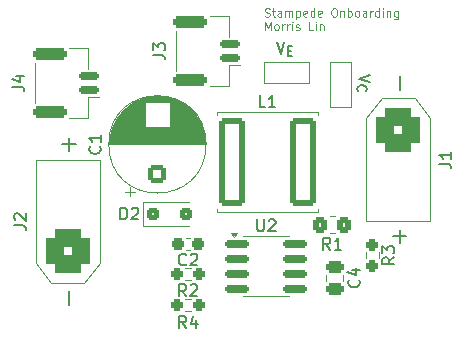
<source format=gbr>
%TF.GenerationSoftware,KiCad,Pcbnew,9.0.4*%
%TF.CreationDate,2025-09-25T14:49:47-05:00*%
%TF.ProjectId,Onboarding,4f6e626f-6172-4646-996e-672e6b696361,rev?*%
%TF.SameCoordinates,Original*%
%TF.FileFunction,Legend,Top*%
%TF.FilePolarity,Positive*%
%FSLAX46Y46*%
G04 Gerber Fmt 4.6, Leading zero omitted, Abs format (unit mm)*
G04 Created by KiCad (PCBNEW 9.0.4) date 2025-09-25 14:49:47*
%MOMM*%
%LPD*%
G01*
G04 APERTURE LIST*
G04 Aperture macros list*
%AMRoundRect*
0 Rectangle with rounded corners*
0 $1 Rounding radius*
0 $2 $3 $4 $5 $6 $7 $8 $9 X,Y pos of 4 corners*
0 Add a 4 corners polygon primitive as box body*
4,1,4,$2,$3,$4,$5,$6,$7,$8,$9,$2,$3,0*
0 Add four circle primitives for the rounded corners*
1,1,$1+$1,$2,$3*
1,1,$1+$1,$4,$5*
1,1,$1+$1,$6,$7*
1,1,$1+$1,$8,$9*
0 Add four rect primitives between the rounded corners*
20,1,$1+$1,$2,$3,$4,$5,0*
20,1,$1+$1,$4,$5,$6,$7,0*
20,1,$1+$1,$6,$7,$8,$9,0*
20,1,$1+$1,$8,$9,$2,$3,0*%
G04 Aperture macros list end*
%ADD10C,0.100000*%
%ADD11C,0.150000*%
%ADD12C,0.120000*%
%ADD13RoundRect,0.250000X0.550000X-0.550000X0.550000X0.550000X-0.550000X0.550000X-0.550000X-0.550000X0*%
%ADD14C,1.600000*%
%ADD15RoundRect,0.760000X-1.140000X1.140000X-1.140000X-1.140000X1.140000X-1.140000X1.140000X1.140000X0*%
%ADD16C,4.000000*%
%ADD17RoundRect,0.150000X-0.825000X-0.150000X0.825000X-0.150000X0.825000X0.150000X-0.825000X0.150000X0*%
%ADD18C,2.200000*%
%ADD19RoundRect,0.237500X0.237500X-0.250000X0.237500X0.250000X-0.237500X0.250000X-0.237500X-0.250000X0*%
%ADD20RoundRect,0.760000X1.140000X-1.140000X1.140000X1.140000X-1.140000X1.140000X-1.140000X-1.140000X0*%
%ADD21C,3.800000*%
%ADD22RoundRect,0.150000X0.700000X-0.150000X0.700000X0.150000X-0.700000X0.150000X-0.700000X-0.150000X0*%
%ADD23RoundRect,0.250000X1.150000X-0.250000X1.150000X0.250000X-1.150000X0.250000X-1.150000X-0.250000X0*%
%ADD24RoundRect,0.237500X0.300000X0.237500X-0.300000X0.237500X-0.300000X-0.237500X0.300000X-0.237500X0*%
%ADD25RoundRect,0.250000X0.350000X0.450000X-0.350000X0.450000X-0.350000X-0.450000X0.350000X-0.450000X0*%
%ADD26RoundRect,0.249999X0.850001X3.500001X-0.850001X3.500001X-0.850001X-3.500001X0.850001X-3.500001X0*%
%ADD27RoundRect,0.237500X0.250000X0.237500X-0.250000X0.237500X-0.250000X-0.237500X0.250000X-0.237500X0*%
%ADD28RoundRect,0.250000X-0.475000X0.250000X-0.475000X-0.250000X0.475000X-0.250000X0.475000X0.250000X0*%
%ADD29C,1.400000*%
%ADD30RoundRect,0.237500X-0.250000X-0.237500X0.250000X-0.237500X0.250000X0.237500X-0.250000X0.237500X0*%
%ADD31RoundRect,0.250000X-0.300000X-0.300000X0.300000X-0.300000X0.300000X0.300000X-0.300000X0.300000X0*%
G04 APERTURE END LIST*
D10*
X59799122Y-28248839D02*
X59899122Y-28282172D01*
X59899122Y-28282172D02*
X60065789Y-28282172D01*
X60065789Y-28282172D02*
X60132455Y-28248839D01*
X60132455Y-28248839D02*
X60165789Y-28215505D01*
X60165789Y-28215505D02*
X60199122Y-28148839D01*
X60199122Y-28148839D02*
X60199122Y-28082172D01*
X60199122Y-28082172D02*
X60165789Y-28015505D01*
X60165789Y-28015505D02*
X60132455Y-27982172D01*
X60132455Y-27982172D02*
X60065789Y-27948839D01*
X60065789Y-27948839D02*
X59932455Y-27915505D01*
X59932455Y-27915505D02*
X59865789Y-27882172D01*
X59865789Y-27882172D02*
X59832455Y-27848839D01*
X59832455Y-27848839D02*
X59799122Y-27782172D01*
X59799122Y-27782172D02*
X59799122Y-27715505D01*
X59799122Y-27715505D02*
X59832455Y-27648839D01*
X59832455Y-27648839D02*
X59865789Y-27615505D01*
X59865789Y-27615505D02*
X59932455Y-27582172D01*
X59932455Y-27582172D02*
X60099122Y-27582172D01*
X60099122Y-27582172D02*
X60199122Y-27615505D01*
X60399122Y-27815505D02*
X60665789Y-27815505D01*
X60499122Y-27582172D02*
X60499122Y-28182172D01*
X60499122Y-28182172D02*
X60532456Y-28248839D01*
X60532456Y-28248839D02*
X60599122Y-28282172D01*
X60599122Y-28282172D02*
X60665789Y-28282172D01*
X61199122Y-28282172D02*
X61199122Y-27915505D01*
X61199122Y-27915505D02*
X61165789Y-27848839D01*
X61165789Y-27848839D02*
X61099122Y-27815505D01*
X61099122Y-27815505D02*
X60965789Y-27815505D01*
X60965789Y-27815505D02*
X60899122Y-27848839D01*
X61199122Y-28248839D02*
X61132456Y-28282172D01*
X61132456Y-28282172D02*
X60965789Y-28282172D01*
X60965789Y-28282172D02*
X60899122Y-28248839D01*
X60899122Y-28248839D02*
X60865789Y-28182172D01*
X60865789Y-28182172D02*
X60865789Y-28115505D01*
X60865789Y-28115505D02*
X60899122Y-28048839D01*
X60899122Y-28048839D02*
X60965789Y-28015505D01*
X60965789Y-28015505D02*
X61132456Y-28015505D01*
X61132456Y-28015505D02*
X61199122Y-27982172D01*
X61532455Y-28282172D02*
X61532455Y-27815505D01*
X61532455Y-27882172D02*
X61565789Y-27848839D01*
X61565789Y-27848839D02*
X61632455Y-27815505D01*
X61632455Y-27815505D02*
X61732455Y-27815505D01*
X61732455Y-27815505D02*
X61799122Y-27848839D01*
X61799122Y-27848839D02*
X61832455Y-27915505D01*
X61832455Y-27915505D02*
X61832455Y-28282172D01*
X61832455Y-27915505D02*
X61865789Y-27848839D01*
X61865789Y-27848839D02*
X61932455Y-27815505D01*
X61932455Y-27815505D02*
X62032455Y-27815505D01*
X62032455Y-27815505D02*
X62099122Y-27848839D01*
X62099122Y-27848839D02*
X62132455Y-27915505D01*
X62132455Y-27915505D02*
X62132455Y-28282172D01*
X62465788Y-27815505D02*
X62465788Y-28515505D01*
X62465788Y-27848839D02*
X62532455Y-27815505D01*
X62532455Y-27815505D02*
X62665788Y-27815505D01*
X62665788Y-27815505D02*
X62732455Y-27848839D01*
X62732455Y-27848839D02*
X62765788Y-27882172D01*
X62765788Y-27882172D02*
X62799122Y-27948839D01*
X62799122Y-27948839D02*
X62799122Y-28148839D01*
X62799122Y-28148839D02*
X62765788Y-28215505D01*
X62765788Y-28215505D02*
X62732455Y-28248839D01*
X62732455Y-28248839D02*
X62665788Y-28282172D01*
X62665788Y-28282172D02*
X62532455Y-28282172D01*
X62532455Y-28282172D02*
X62465788Y-28248839D01*
X63365788Y-28248839D02*
X63299121Y-28282172D01*
X63299121Y-28282172D02*
X63165788Y-28282172D01*
X63165788Y-28282172D02*
X63099121Y-28248839D01*
X63099121Y-28248839D02*
X63065788Y-28182172D01*
X63065788Y-28182172D02*
X63065788Y-27915505D01*
X63065788Y-27915505D02*
X63099121Y-27848839D01*
X63099121Y-27848839D02*
X63165788Y-27815505D01*
X63165788Y-27815505D02*
X63299121Y-27815505D01*
X63299121Y-27815505D02*
X63365788Y-27848839D01*
X63365788Y-27848839D02*
X63399121Y-27915505D01*
X63399121Y-27915505D02*
X63399121Y-27982172D01*
X63399121Y-27982172D02*
X63065788Y-28048839D01*
X63999121Y-28282172D02*
X63999121Y-27582172D01*
X63999121Y-28248839D02*
X63932455Y-28282172D01*
X63932455Y-28282172D02*
X63799121Y-28282172D01*
X63799121Y-28282172D02*
X63732455Y-28248839D01*
X63732455Y-28248839D02*
X63699121Y-28215505D01*
X63699121Y-28215505D02*
X63665788Y-28148839D01*
X63665788Y-28148839D02*
X63665788Y-27948839D01*
X63665788Y-27948839D02*
X63699121Y-27882172D01*
X63699121Y-27882172D02*
X63732455Y-27848839D01*
X63732455Y-27848839D02*
X63799121Y-27815505D01*
X63799121Y-27815505D02*
X63932455Y-27815505D01*
X63932455Y-27815505D02*
X63999121Y-27848839D01*
X64599121Y-28248839D02*
X64532454Y-28282172D01*
X64532454Y-28282172D02*
X64399121Y-28282172D01*
X64399121Y-28282172D02*
X64332454Y-28248839D01*
X64332454Y-28248839D02*
X64299121Y-28182172D01*
X64299121Y-28182172D02*
X64299121Y-27915505D01*
X64299121Y-27915505D02*
X64332454Y-27848839D01*
X64332454Y-27848839D02*
X64399121Y-27815505D01*
X64399121Y-27815505D02*
X64532454Y-27815505D01*
X64532454Y-27815505D02*
X64599121Y-27848839D01*
X64599121Y-27848839D02*
X64632454Y-27915505D01*
X64632454Y-27915505D02*
X64632454Y-27982172D01*
X64632454Y-27982172D02*
X64299121Y-28048839D01*
X65599121Y-27582172D02*
X65732454Y-27582172D01*
X65732454Y-27582172D02*
X65799121Y-27615505D01*
X65799121Y-27615505D02*
X65865787Y-27682172D01*
X65865787Y-27682172D02*
X65899121Y-27815505D01*
X65899121Y-27815505D02*
X65899121Y-28048839D01*
X65899121Y-28048839D02*
X65865787Y-28182172D01*
X65865787Y-28182172D02*
X65799121Y-28248839D01*
X65799121Y-28248839D02*
X65732454Y-28282172D01*
X65732454Y-28282172D02*
X65599121Y-28282172D01*
X65599121Y-28282172D02*
X65532454Y-28248839D01*
X65532454Y-28248839D02*
X65465787Y-28182172D01*
X65465787Y-28182172D02*
X65432454Y-28048839D01*
X65432454Y-28048839D02*
X65432454Y-27815505D01*
X65432454Y-27815505D02*
X65465787Y-27682172D01*
X65465787Y-27682172D02*
X65532454Y-27615505D01*
X65532454Y-27615505D02*
X65599121Y-27582172D01*
X66199120Y-27815505D02*
X66199120Y-28282172D01*
X66199120Y-27882172D02*
X66232454Y-27848839D01*
X66232454Y-27848839D02*
X66299120Y-27815505D01*
X66299120Y-27815505D02*
X66399120Y-27815505D01*
X66399120Y-27815505D02*
X66465787Y-27848839D01*
X66465787Y-27848839D02*
X66499120Y-27915505D01*
X66499120Y-27915505D02*
X66499120Y-28282172D01*
X66832453Y-28282172D02*
X66832453Y-27582172D01*
X66832453Y-27848839D02*
X66899120Y-27815505D01*
X66899120Y-27815505D02*
X67032453Y-27815505D01*
X67032453Y-27815505D02*
X67099120Y-27848839D01*
X67099120Y-27848839D02*
X67132453Y-27882172D01*
X67132453Y-27882172D02*
X67165787Y-27948839D01*
X67165787Y-27948839D02*
X67165787Y-28148839D01*
X67165787Y-28148839D02*
X67132453Y-28215505D01*
X67132453Y-28215505D02*
X67099120Y-28248839D01*
X67099120Y-28248839D02*
X67032453Y-28282172D01*
X67032453Y-28282172D02*
X66899120Y-28282172D01*
X66899120Y-28282172D02*
X66832453Y-28248839D01*
X67565786Y-28282172D02*
X67499120Y-28248839D01*
X67499120Y-28248839D02*
X67465786Y-28215505D01*
X67465786Y-28215505D02*
X67432453Y-28148839D01*
X67432453Y-28148839D02*
X67432453Y-27948839D01*
X67432453Y-27948839D02*
X67465786Y-27882172D01*
X67465786Y-27882172D02*
X67499120Y-27848839D01*
X67499120Y-27848839D02*
X67565786Y-27815505D01*
X67565786Y-27815505D02*
X67665786Y-27815505D01*
X67665786Y-27815505D02*
X67732453Y-27848839D01*
X67732453Y-27848839D02*
X67765786Y-27882172D01*
X67765786Y-27882172D02*
X67799120Y-27948839D01*
X67799120Y-27948839D02*
X67799120Y-28148839D01*
X67799120Y-28148839D02*
X67765786Y-28215505D01*
X67765786Y-28215505D02*
X67732453Y-28248839D01*
X67732453Y-28248839D02*
X67665786Y-28282172D01*
X67665786Y-28282172D02*
X67565786Y-28282172D01*
X68399119Y-28282172D02*
X68399119Y-27915505D01*
X68399119Y-27915505D02*
X68365786Y-27848839D01*
X68365786Y-27848839D02*
X68299119Y-27815505D01*
X68299119Y-27815505D02*
X68165786Y-27815505D01*
X68165786Y-27815505D02*
X68099119Y-27848839D01*
X68399119Y-28248839D02*
X68332453Y-28282172D01*
X68332453Y-28282172D02*
X68165786Y-28282172D01*
X68165786Y-28282172D02*
X68099119Y-28248839D01*
X68099119Y-28248839D02*
X68065786Y-28182172D01*
X68065786Y-28182172D02*
X68065786Y-28115505D01*
X68065786Y-28115505D02*
X68099119Y-28048839D01*
X68099119Y-28048839D02*
X68165786Y-28015505D01*
X68165786Y-28015505D02*
X68332453Y-28015505D01*
X68332453Y-28015505D02*
X68399119Y-27982172D01*
X68732452Y-28282172D02*
X68732452Y-27815505D01*
X68732452Y-27948839D02*
X68765786Y-27882172D01*
X68765786Y-27882172D02*
X68799119Y-27848839D01*
X68799119Y-27848839D02*
X68865786Y-27815505D01*
X68865786Y-27815505D02*
X68932452Y-27815505D01*
X69465785Y-28282172D02*
X69465785Y-27582172D01*
X69465785Y-28248839D02*
X69399119Y-28282172D01*
X69399119Y-28282172D02*
X69265785Y-28282172D01*
X69265785Y-28282172D02*
X69199119Y-28248839D01*
X69199119Y-28248839D02*
X69165785Y-28215505D01*
X69165785Y-28215505D02*
X69132452Y-28148839D01*
X69132452Y-28148839D02*
X69132452Y-27948839D01*
X69132452Y-27948839D02*
X69165785Y-27882172D01*
X69165785Y-27882172D02*
X69199119Y-27848839D01*
X69199119Y-27848839D02*
X69265785Y-27815505D01*
X69265785Y-27815505D02*
X69399119Y-27815505D01*
X69399119Y-27815505D02*
X69465785Y-27848839D01*
X69799118Y-28282172D02*
X69799118Y-27815505D01*
X69799118Y-27582172D02*
X69765785Y-27615505D01*
X69765785Y-27615505D02*
X69799118Y-27648839D01*
X69799118Y-27648839D02*
X69832452Y-27615505D01*
X69832452Y-27615505D02*
X69799118Y-27582172D01*
X69799118Y-27582172D02*
X69799118Y-27648839D01*
X70132451Y-27815505D02*
X70132451Y-28282172D01*
X70132451Y-27882172D02*
X70165785Y-27848839D01*
X70165785Y-27848839D02*
X70232451Y-27815505D01*
X70232451Y-27815505D02*
X70332451Y-27815505D01*
X70332451Y-27815505D02*
X70399118Y-27848839D01*
X70399118Y-27848839D02*
X70432451Y-27915505D01*
X70432451Y-27915505D02*
X70432451Y-28282172D01*
X71065784Y-27815505D02*
X71065784Y-28382172D01*
X71065784Y-28382172D02*
X71032451Y-28448839D01*
X71032451Y-28448839D02*
X70999118Y-28482172D01*
X70999118Y-28482172D02*
X70932451Y-28515505D01*
X70932451Y-28515505D02*
X70832451Y-28515505D01*
X70832451Y-28515505D02*
X70765784Y-28482172D01*
X71065784Y-28248839D02*
X70999118Y-28282172D01*
X70999118Y-28282172D02*
X70865784Y-28282172D01*
X70865784Y-28282172D02*
X70799118Y-28248839D01*
X70799118Y-28248839D02*
X70765784Y-28215505D01*
X70765784Y-28215505D02*
X70732451Y-28148839D01*
X70732451Y-28148839D02*
X70732451Y-27948839D01*
X70732451Y-27948839D02*
X70765784Y-27882172D01*
X70765784Y-27882172D02*
X70799118Y-27848839D01*
X70799118Y-27848839D02*
X70865784Y-27815505D01*
X70865784Y-27815505D02*
X70999118Y-27815505D01*
X70999118Y-27815505D02*
X71065784Y-27848839D01*
X59832455Y-29409133D02*
X59832455Y-28709133D01*
X59832455Y-28709133D02*
X60065789Y-29209133D01*
X60065789Y-29209133D02*
X60299122Y-28709133D01*
X60299122Y-28709133D02*
X60299122Y-29409133D01*
X60732455Y-29409133D02*
X60665789Y-29375800D01*
X60665789Y-29375800D02*
X60632455Y-29342466D01*
X60632455Y-29342466D02*
X60599122Y-29275800D01*
X60599122Y-29275800D02*
X60599122Y-29075800D01*
X60599122Y-29075800D02*
X60632455Y-29009133D01*
X60632455Y-29009133D02*
X60665789Y-28975800D01*
X60665789Y-28975800D02*
X60732455Y-28942466D01*
X60732455Y-28942466D02*
X60832455Y-28942466D01*
X60832455Y-28942466D02*
X60899122Y-28975800D01*
X60899122Y-28975800D02*
X60932455Y-29009133D01*
X60932455Y-29009133D02*
X60965789Y-29075800D01*
X60965789Y-29075800D02*
X60965789Y-29275800D01*
X60965789Y-29275800D02*
X60932455Y-29342466D01*
X60932455Y-29342466D02*
X60899122Y-29375800D01*
X60899122Y-29375800D02*
X60832455Y-29409133D01*
X60832455Y-29409133D02*
X60732455Y-29409133D01*
X61265788Y-29409133D02*
X61265788Y-28942466D01*
X61265788Y-29075800D02*
X61299122Y-29009133D01*
X61299122Y-29009133D02*
X61332455Y-28975800D01*
X61332455Y-28975800D02*
X61399122Y-28942466D01*
X61399122Y-28942466D02*
X61465788Y-28942466D01*
X61699121Y-29409133D02*
X61699121Y-28942466D01*
X61699121Y-29075800D02*
X61732455Y-29009133D01*
X61732455Y-29009133D02*
X61765788Y-28975800D01*
X61765788Y-28975800D02*
X61832455Y-28942466D01*
X61832455Y-28942466D02*
X61899121Y-28942466D01*
X62132454Y-29409133D02*
X62132454Y-28942466D01*
X62132454Y-28709133D02*
X62099121Y-28742466D01*
X62099121Y-28742466D02*
X62132454Y-28775800D01*
X62132454Y-28775800D02*
X62165788Y-28742466D01*
X62165788Y-28742466D02*
X62132454Y-28709133D01*
X62132454Y-28709133D02*
X62132454Y-28775800D01*
X62432454Y-29375800D02*
X62499121Y-29409133D01*
X62499121Y-29409133D02*
X62632454Y-29409133D01*
X62632454Y-29409133D02*
X62699121Y-29375800D01*
X62699121Y-29375800D02*
X62732454Y-29309133D01*
X62732454Y-29309133D02*
X62732454Y-29275800D01*
X62732454Y-29275800D02*
X62699121Y-29209133D01*
X62699121Y-29209133D02*
X62632454Y-29175800D01*
X62632454Y-29175800D02*
X62532454Y-29175800D01*
X62532454Y-29175800D02*
X62465787Y-29142466D01*
X62465787Y-29142466D02*
X62432454Y-29075800D01*
X62432454Y-29075800D02*
X62432454Y-29042466D01*
X62432454Y-29042466D02*
X62465787Y-28975800D01*
X62465787Y-28975800D02*
X62532454Y-28942466D01*
X62532454Y-28942466D02*
X62632454Y-28942466D01*
X62632454Y-28942466D02*
X62699121Y-28975800D01*
X63899121Y-29409133D02*
X63565787Y-29409133D01*
X63565787Y-29409133D02*
X63565787Y-28709133D01*
X64132454Y-29409133D02*
X64132454Y-28942466D01*
X64132454Y-28709133D02*
X64099121Y-28742466D01*
X64099121Y-28742466D02*
X64132454Y-28775800D01*
X64132454Y-28775800D02*
X64165788Y-28742466D01*
X64165788Y-28742466D02*
X64132454Y-28709133D01*
X64132454Y-28709133D02*
X64132454Y-28775800D01*
X64465787Y-28942466D02*
X64465787Y-29409133D01*
X64465787Y-29009133D02*
X64499121Y-28975800D01*
X64499121Y-28975800D02*
X64565787Y-28942466D01*
X64565787Y-28942466D02*
X64665787Y-28942466D01*
X64665787Y-28942466D02*
X64732454Y-28975800D01*
X64732454Y-28975800D02*
X64765787Y-29042466D01*
X64765787Y-29042466D02*
X64765787Y-29409133D01*
D11*
X68730180Y-33193922D02*
X67730180Y-33527255D01*
X67730180Y-33527255D02*
X68730180Y-33860588D01*
X67695895Y-34603446D02*
X67657800Y-34565350D01*
X67657800Y-34565350D02*
X67619704Y-34451065D01*
X67619704Y-34451065D02*
X67619704Y-34374874D01*
X67619704Y-34374874D02*
X67657800Y-34260588D01*
X67657800Y-34260588D02*
X67733990Y-34184398D01*
X67733990Y-34184398D02*
X67810180Y-34146303D01*
X67810180Y-34146303D02*
X67962561Y-34108207D01*
X67962561Y-34108207D02*
X68076847Y-34108207D01*
X68076847Y-34108207D02*
X68229228Y-34146303D01*
X68229228Y-34146303D02*
X68305419Y-34184398D01*
X68305419Y-34184398D02*
X68381609Y-34260588D01*
X68381609Y-34260588D02*
X68419704Y-34374874D01*
X68419704Y-34374874D02*
X68419704Y-34451065D01*
X68419704Y-34451065D02*
X68381609Y-34565350D01*
X68381609Y-34565350D02*
X68343514Y-34603446D01*
X60793922Y-30469819D02*
X61127255Y-31469819D01*
X61127255Y-31469819D02*
X61460588Y-30469819D01*
X61746303Y-31161247D02*
X62012969Y-31161247D01*
X62127255Y-31580295D02*
X61746303Y-31580295D01*
X61746303Y-31580295D02*
X61746303Y-30780295D01*
X61746303Y-30780295D02*
X62127255Y-30780295D01*
X45809580Y-39269317D02*
X45857200Y-39316936D01*
X45857200Y-39316936D02*
X45904819Y-39459793D01*
X45904819Y-39459793D02*
X45904819Y-39555031D01*
X45904819Y-39555031D02*
X45857200Y-39697888D01*
X45857200Y-39697888D02*
X45761961Y-39793126D01*
X45761961Y-39793126D02*
X45666723Y-39840745D01*
X45666723Y-39840745D02*
X45476247Y-39888364D01*
X45476247Y-39888364D02*
X45333390Y-39888364D01*
X45333390Y-39888364D02*
X45142914Y-39840745D01*
X45142914Y-39840745D02*
X45047676Y-39793126D01*
X45047676Y-39793126D02*
X44952438Y-39697888D01*
X44952438Y-39697888D02*
X44904819Y-39555031D01*
X44904819Y-39555031D02*
X44904819Y-39459793D01*
X44904819Y-39459793D02*
X44952438Y-39316936D01*
X44952438Y-39316936D02*
X45000057Y-39269317D01*
X45904819Y-38316936D02*
X45904819Y-38888364D01*
X45904819Y-38602650D02*
X44904819Y-38602650D01*
X44904819Y-38602650D02*
X45047676Y-38697888D01*
X45047676Y-38697888D02*
X45142914Y-38793126D01*
X45142914Y-38793126D02*
X45190533Y-38888364D01*
X74554819Y-40733333D02*
X75269104Y-40733333D01*
X75269104Y-40733333D02*
X75411961Y-40780952D01*
X75411961Y-40780952D02*
X75507200Y-40876190D01*
X75507200Y-40876190D02*
X75554819Y-41019047D01*
X75554819Y-41019047D02*
X75554819Y-41114285D01*
X75554819Y-39733333D02*
X75554819Y-40304761D01*
X75554819Y-40019047D02*
X74554819Y-40019047D01*
X74554819Y-40019047D02*
X74697676Y-40114285D01*
X74697676Y-40114285D02*
X74792914Y-40209523D01*
X74792914Y-40209523D02*
X74840533Y-40304761D01*
X71214700Y-34471428D02*
X71214700Y-33328571D01*
X71214700Y-47471428D02*
X71214700Y-46328571D01*
X71786128Y-46899999D02*
X70643271Y-46899999D01*
X59138095Y-45454819D02*
X59138095Y-46264342D01*
X59138095Y-46264342D02*
X59185714Y-46359580D01*
X59185714Y-46359580D02*
X59233333Y-46407200D01*
X59233333Y-46407200D02*
X59328571Y-46454819D01*
X59328571Y-46454819D02*
X59519047Y-46454819D01*
X59519047Y-46454819D02*
X59614285Y-46407200D01*
X59614285Y-46407200D02*
X59661904Y-46359580D01*
X59661904Y-46359580D02*
X59709523Y-46264342D01*
X59709523Y-46264342D02*
X59709523Y-45454819D01*
X60138095Y-45550057D02*
X60185714Y-45502438D01*
X60185714Y-45502438D02*
X60280952Y-45454819D01*
X60280952Y-45454819D02*
X60519047Y-45454819D01*
X60519047Y-45454819D02*
X60614285Y-45502438D01*
X60614285Y-45502438D02*
X60661904Y-45550057D01*
X60661904Y-45550057D02*
X60709523Y-45645295D01*
X60709523Y-45645295D02*
X60709523Y-45740533D01*
X60709523Y-45740533D02*
X60661904Y-45883390D01*
X60661904Y-45883390D02*
X60090476Y-46454819D01*
X60090476Y-46454819D02*
X60709523Y-46454819D01*
X70754819Y-48666666D02*
X70278628Y-48999999D01*
X70754819Y-49238094D02*
X69754819Y-49238094D01*
X69754819Y-49238094D02*
X69754819Y-48857142D01*
X69754819Y-48857142D02*
X69802438Y-48761904D01*
X69802438Y-48761904D02*
X69850057Y-48714285D01*
X69850057Y-48714285D02*
X69945295Y-48666666D01*
X69945295Y-48666666D02*
X70088152Y-48666666D01*
X70088152Y-48666666D02*
X70183390Y-48714285D01*
X70183390Y-48714285D02*
X70231009Y-48761904D01*
X70231009Y-48761904D02*
X70278628Y-48857142D01*
X70278628Y-48857142D02*
X70278628Y-49238094D01*
X69754819Y-48333332D02*
X69754819Y-47714285D01*
X69754819Y-47714285D02*
X70135771Y-48047618D01*
X70135771Y-48047618D02*
X70135771Y-47904761D01*
X70135771Y-47904761D02*
X70183390Y-47809523D01*
X70183390Y-47809523D02*
X70231009Y-47761904D01*
X70231009Y-47761904D02*
X70326247Y-47714285D01*
X70326247Y-47714285D02*
X70564342Y-47714285D01*
X70564342Y-47714285D02*
X70659580Y-47761904D01*
X70659580Y-47761904D02*
X70707200Y-47809523D01*
X70707200Y-47809523D02*
X70754819Y-47904761D01*
X70754819Y-47904761D02*
X70754819Y-48190475D01*
X70754819Y-48190475D02*
X70707200Y-48285713D01*
X70707200Y-48285713D02*
X70659580Y-48333332D01*
X38554819Y-45933333D02*
X39269104Y-45933333D01*
X39269104Y-45933333D02*
X39411961Y-45980952D01*
X39411961Y-45980952D02*
X39507200Y-46076190D01*
X39507200Y-46076190D02*
X39554819Y-46219047D01*
X39554819Y-46219047D02*
X39554819Y-46314285D01*
X38650057Y-45504761D02*
X38602438Y-45457142D01*
X38602438Y-45457142D02*
X38554819Y-45361904D01*
X38554819Y-45361904D02*
X38554819Y-45123809D01*
X38554819Y-45123809D02*
X38602438Y-45028571D01*
X38602438Y-45028571D02*
X38650057Y-44980952D01*
X38650057Y-44980952D02*
X38745295Y-44933333D01*
X38745295Y-44933333D02*
X38840533Y-44933333D01*
X38840533Y-44933333D02*
X38983390Y-44980952D01*
X38983390Y-44980952D02*
X39554819Y-45552380D01*
X39554819Y-45552380D02*
X39554819Y-44933333D01*
X43214700Y-52671428D02*
X43214700Y-51528571D01*
X43214700Y-39671428D02*
X43214700Y-38528571D01*
X43786128Y-39099999D02*
X42643271Y-39099999D01*
X38429819Y-34233333D02*
X39144104Y-34233333D01*
X39144104Y-34233333D02*
X39286961Y-34280952D01*
X39286961Y-34280952D02*
X39382200Y-34376190D01*
X39382200Y-34376190D02*
X39429819Y-34519047D01*
X39429819Y-34519047D02*
X39429819Y-34614285D01*
X38763152Y-33328571D02*
X39429819Y-33328571D01*
X38382200Y-33566666D02*
X39096485Y-33804761D01*
X39096485Y-33804761D02*
X39096485Y-33185714D01*
X53133333Y-49259580D02*
X53085714Y-49307200D01*
X53085714Y-49307200D02*
X52942857Y-49354819D01*
X52942857Y-49354819D02*
X52847619Y-49354819D01*
X52847619Y-49354819D02*
X52704762Y-49307200D01*
X52704762Y-49307200D02*
X52609524Y-49211961D01*
X52609524Y-49211961D02*
X52561905Y-49116723D01*
X52561905Y-49116723D02*
X52514286Y-48926247D01*
X52514286Y-48926247D02*
X52514286Y-48783390D01*
X52514286Y-48783390D02*
X52561905Y-48592914D01*
X52561905Y-48592914D02*
X52609524Y-48497676D01*
X52609524Y-48497676D02*
X52704762Y-48402438D01*
X52704762Y-48402438D02*
X52847619Y-48354819D01*
X52847619Y-48354819D02*
X52942857Y-48354819D01*
X52942857Y-48354819D02*
X53085714Y-48402438D01*
X53085714Y-48402438D02*
X53133333Y-48450057D01*
X53514286Y-48450057D02*
X53561905Y-48402438D01*
X53561905Y-48402438D02*
X53657143Y-48354819D01*
X53657143Y-48354819D02*
X53895238Y-48354819D01*
X53895238Y-48354819D02*
X53990476Y-48402438D01*
X53990476Y-48402438D02*
X54038095Y-48450057D01*
X54038095Y-48450057D02*
X54085714Y-48545295D01*
X54085714Y-48545295D02*
X54085714Y-48640533D01*
X54085714Y-48640533D02*
X54038095Y-48783390D01*
X54038095Y-48783390D02*
X53466667Y-49354819D01*
X53466667Y-49354819D02*
X54085714Y-49354819D01*
X65333333Y-48004819D02*
X65000000Y-47528628D01*
X64761905Y-48004819D02*
X64761905Y-47004819D01*
X64761905Y-47004819D02*
X65142857Y-47004819D01*
X65142857Y-47004819D02*
X65238095Y-47052438D01*
X65238095Y-47052438D02*
X65285714Y-47100057D01*
X65285714Y-47100057D02*
X65333333Y-47195295D01*
X65333333Y-47195295D02*
X65333333Y-47338152D01*
X65333333Y-47338152D02*
X65285714Y-47433390D01*
X65285714Y-47433390D02*
X65238095Y-47481009D01*
X65238095Y-47481009D02*
X65142857Y-47528628D01*
X65142857Y-47528628D02*
X64761905Y-47528628D01*
X66285714Y-48004819D02*
X65714286Y-48004819D01*
X66000000Y-48004819D02*
X66000000Y-47004819D01*
X66000000Y-47004819D02*
X65904762Y-47147676D01*
X65904762Y-47147676D02*
X65809524Y-47242914D01*
X65809524Y-47242914D02*
X65714286Y-47290533D01*
X50354819Y-31533333D02*
X51069104Y-31533333D01*
X51069104Y-31533333D02*
X51211961Y-31580952D01*
X51211961Y-31580952D02*
X51307200Y-31676190D01*
X51307200Y-31676190D02*
X51354819Y-31819047D01*
X51354819Y-31819047D02*
X51354819Y-31914285D01*
X50354819Y-31152380D02*
X50354819Y-30533333D01*
X50354819Y-30533333D02*
X50735771Y-30866666D01*
X50735771Y-30866666D02*
X50735771Y-30723809D01*
X50735771Y-30723809D02*
X50783390Y-30628571D01*
X50783390Y-30628571D02*
X50831009Y-30580952D01*
X50831009Y-30580952D02*
X50926247Y-30533333D01*
X50926247Y-30533333D02*
X51164342Y-30533333D01*
X51164342Y-30533333D02*
X51259580Y-30580952D01*
X51259580Y-30580952D02*
X51307200Y-30628571D01*
X51307200Y-30628571D02*
X51354819Y-30723809D01*
X51354819Y-30723809D02*
X51354819Y-31009523D01*
X51354819Y-31009523D02*
X51307200Y-31104761D01*
X51307200Y-31104761D02*
X51259580Y-31152380D01*
X59833333Y-35954819D02*
X59357143Y-35954819D01*
X59357143Y-35954819D02*
X59357143Y-34954819D01*
X60690476Y-35954819D02*
X60119048Y-35954819D01*
X60404762Y-35954819D02*
X60404762Y-34954819D01*
X60404762Y-34954819D02*
X60309524Y-35097676D01*
X60309524Y-35097676D02*
X60214286Y-35192914D01*
X60214286Y-35192914D02*
X60119048Y-35240533D01*
X53133333Y-54654819D02*
X52800000Y-54178628D01*
X52561905Y-54654819D02*
X52561905Y-53654819D01*
X52561905Y-53654819D02*
X52942857Y-53654819D01*
X52942857Y-53654819D02*
X53038095Y-53702438D01*
X53038095Y-53702438D02*
X53085714Y-53750057D01*
X53085714Y-53750057D02*
X53133333Y-53845295D01*
X53133333Y-53845295D02*
X53133333Y-53988152D01*
X53133333Y-53988152D02*
X53085714Y-54083390D01*
X53085714Y-54083390D02*
X53038095Y-54131009D01*
X53038095Y-54131009D02*
X52942857Y-54178628D01*
X52942857Y-54178628D02*
X52561905Y-54178628D01*
X53990476Y-53988152D02*
X53990476Y-54654819D01*
X53752381Y-53607200D02*
X53514286Y-54321485D01*
X53514286Y-54321485D02*
X54133333Y-54321485D01*
X67739580Y-50566666D02*
X67787200Y-50614285D01*
X67787200Y-50614285D02*
X67834819Y-50757142D01*
X67834819Y-50757142D02*
X67834819Y-50852380D01*
X67834819Y-50852380D02*
X67787200Y-50995237D01*
X67787200Y-50995237D02*
X67691961Y-51090475D01*
X67691961Y-51090475D02*
X67596723Y-51138094D01*
X67596723Y-51138094D02*
X67406247Y-51185713D01*
X67406247Y-51185713D02*
X67263390Y-51185713D01*
X67263390Y-51185713D02*
X67072914Y-51138094D01*
X67072914Y-51138094D02*
X66977676Y-51090475D01*
X66977676Y-51090475D02*
X66882438Y-50995237D01*
X66882438Y-50995237D02*
X66834819Y-50852380D01*
X66834819Y-50852380D02*
X66834819Y-50757142D01*
X66834819Y-50757142D02*
X66882438Y-50614285D01*
X66882438Y-50614285D02*
X66930057Y-50566666D01*
X67168152Y-49709523D02*
X67834819Y-49709523D01*
X66787200Y-49947618D02*
X67501485Y-50185713D01*
X67501485Y-50185713D02*
X67501485Y-49566666D01*
X53133333Y-51954819D02*
X52800000Y-51478628D01*
X52561905Y-51954819D02*
X52561905Y-50954819D01*
X52561905Y-50954819D02*
X52942857Y-50954819D01*
X52942857Y-50954819D02*
X53038095Y-51002438D01*
X53038095Y-51002438D02*
X53085714Y-51050057D01*
X53085714Y-51050057D02*
X53133333Y-51145295D01*
X53133333Y-51145295D02*
X53133333Y-51288152D01*
X53133333Y-51288152D02*
X53085714Y-51383390D01*
X53085714Y-51383390D02*
X53038095Y-51431009D01*
X53038095Y-51431009D02*
X52942857Y-51478628D01*
X52942857Y-51478628D02*
X52561905Y-51478628D01*
X53514286Y-51050057D02*
X53561905Y-51002438D01*
X53561905Y-51002438D02*
X53657143Y-50954819D01*
X53657143Y-50954819D02*
X53895238Y-50954819D01*
X53895238Y-50954819D02*
X53990476Y-51002438D01*
X53990476Y-51002438D02*
X54038095Y-51050057D01*
X54038095Y-51050057D02*
X54085714Y-51145295D01*
X54085714Y-51145295D02*
X54085714Y-51240533D01*
X54085714Y-51240533D02*
X54038095Y-51383390D01*
X54038095Y-51383390D02*
X53466667Y-51954819D01*
X53466667Y-51954819D02*
X54085714Y-51954819D01*
X47561905Y-45454819D02*
X47561905Y-44454819D01*
X47561905Y-44454819D02*
X47800000Y-44454819D01*
X47800000Y-44454819D02*
X47942857Y-44502438D01*
X47942857Y-44502438D02*
X48038095Y-44597676D01*
X48038095Y-44597676D02*
X48085714Y-44692914D01*
X48085714Y-44692914D02*
X48133333Y-44883390D01*
X48133333Y-44883390D02*
X48133333Y-45026247D01*
X48133333Y-45026247D02*
X48085714Y-45216723D01*
X48085714Y-45216723D02*
X48038095Y-45311961D01*
X48038095Y-45311961D02*
X47942857Y-45407200D01*
X47942857Y-45407200D02*
X47800000Y-45454819D01*
X47800000Y-45454819D02*
X47561905Y-45454819D01*
X48514286Y-44550057D02*
X48561905Y-44502438D01*
X48561905Y-44502438D02*
X48657143Y-44454819D01*
X48657143Y-44454819D02*
X48895238Y-44454819D01*
X48895238Y-44454819D02*
X48990476Y-44502438D01*
X48990476Y-44502438D02*
X49038095Y-44550057D01*
X49038095Y-44550057D02*
X49085714Y-44645295D01*
X49085714Y-44645295D02*
X49085714Y-44740533D01*
X49085714Y-44740533D02*
X49038095Y-44883390D01*
X49038095Y-44883390D02*
X48466667Y-45454819D01*
X48466667Y-45454819D02*
X49085714Y-45454819D01*
D12*
%TO.C,C1*%
X46620000Y-39062651D02*
X54780000Y-39062651D01*
X46620000Y-39102651D02*
X54780000Y-39102651D01*
X46621000Y-39022651D02*
X54779000Y-39022651D01*
X46622000Y-38982651D02*
X54778000Y-38982651D01*
X46623000Y-38942651D02*
X54777000Y-38942651D01*
X46625000Y-38902651D02*
X54775000Y-38902651D01*
X46627000Y-38862651D02*
X54773000Y-38862651D01*
X46630000Y-38822651D02*
X54770000Y-38822651D01*
X46632000Y-38782651D02*
X54768000Y-38782651D01*
X46636000Y-38742651D02*
X54764000Y-38742651D01*
X46639000Y-38702651D02*
X54761000Y-38702651D01*
X46644000Y-38662651D02*
X54756000Y-38662651D01*
X46648000Y-38622651D02*
X54752000Y-38622651D01*
X46653000Y-38582651D02*
X54747000Y-38582651D01*
X46658000Y-38542651D02*
X54742000Y-38542651D01*
X46664000Y-38502651D02*
X54736000Y-38502651D01*
X46670000Y-38462651D02*
X54730000Y-38462651D01*
X46677000Y-38422651D02*
X54723000Y-38422651D01*
X46683000Y-38382651D02*
X54717000Y-38382651D01*
X46691000Y-38342651D02*
X54709000Y-38342651D01*
X46698000Y-38302651D02*
X54702000Y-38302651D01*
X46707000Y-38262651D02*
X54693000Y-38262651D01*
X46715000Y-38222651D02*
X54685000Y-38222651D01*
X46724000Y-38182651D02*
X54676000Y-38182651D01*
X46733000Y-38142651D02*
X54667000Y-38142651D01*
X46743000Y-38102651D02*
X54657000Y-38102651D01*
X46753000Y-38062651D02*
X54647000Y-38062651D01*
X46764000Y-38022651D02*
X54636000Y-38022651D01*
X46775000Y-37982651D02*
X54625000Y-37982651D01*
X46787000Y-37942651D02*
X54613000Y-37942651D01*
X46799000Y-37902651D02*
X54601000Y-37902651D01*
X46811000Y-37862651D02*
X54589000Y-37862651D01*
X46824000Y-37822651D02*
X54576000Y-37822651D01*
X46837000Y-37782651D02*
X54563000Y-37782651D01*
X46851000Y-37742651D02*
X54549000Y-37742651D01*
X46865000Y-37702651D02*
X54535000Y-37702651D01*
X46880000Y-37662651D02*
X54520000Y-37662651D01*
X46895000Y-37622651D02*
X49660000Y-37622651D01*
X46911000Y-37582651D02*
X49660000Y-37582651D01*
X46927000Y-37542651D02*
X49660000Y-37542651D01*
X46943000Y-37502651D02*
X49660000Y-37502651D01*
X46960000Y-37462651D02*
X49660000Y-37462651D01*
X46978000Y-37422651D02*
X49660000Y-37422651D01*
X46996000Y-37382651D02*
X49660000Y-37382651D01*
X47015000Y-37342651D02*
X49660000Y-37342651D01*
X47034000Y-37302651D02*
X49660000Y-37302651D01*
X47054000Y-37262651D02*
X49660000Y-37262651D01*
X47074000Y-37222651D02*
X49660000Y-37222651D01*
X47095000Y-37182651D02*
X49660000Y-37182651D01*
X47116000Y-37142651D02*
X49660000Y-37142651D01*
X47138000Y-37102651D02*
X49660000Y-37102651D01*
X47161000Y-37062651D02*
X49660000Y-37062651D01*
X47184000Y-37022651D02*
X49660000Y-37022651D01*
X47207000Y-36982651D02*
X49660000Y-36982651D01*
X47232000Y-36942651D02*
X49660000Y-36942651D01*
X47257000Y-36902651D02*
X49660000Y-36902651D01*
X47282000Y-36862651D02*
X49660000Y-36862651D01*
X47308000Y-36822651D02*
X49660000Y-36822651D01*
X47335000Y-36782651D02*
X49660000Y-36782651D01*
X47363000Y-36742651D02*
X49660000Y-36742651D01*
X47391000Y-36702651D02*
X49660000Y-36702651D01*
X47420000Y-36662651D02*
X49660000Y-36662651D01*
X47450000Y-36622651D02*
X49660000Y-36622651D01*
X47481000Y-36582651D02*
X49660000Y-36582651D01*
X47512000Y-36542651D02*
X49660000Y-36542651D01*
X47544000Y-36502651D02*
X49660000Y-36502651D01*
X47577000Y-36462651D02*
X49660000Y-36462651D01*
X47611000Y-36422651D02*
X49660000Y-36422651D01*
X47645000Y-36382651D02*
X49660000Y-36382651D01*
X47681000Y-36342651D02*
X49660000Y-36342651D01*
X47718000Y-36302651D02*
X49660000Y-36302651D01*
X47755000Y-36262651D02*
X49660000Y-36262651D01*
X47794000Y-36222651D02*
X49660000Y-36222651D01*
X47833000Y-36182651D02*
X49660000Y-36182651D01*
X47874000Y-36142651D02*
X49660000Y-36142651D01*
X47916000Y-36102651D02*
X49660000Y-36102651D01*
X47959000Y-36062651D02*
X49660000Y-36062651D01*
X47985000Y-43112349D02*
X48785000Y-43112349D01*
X48004000Y-36022651D02*
X49660000Y-36022651D01*
X48049000Y-35982651D02*
X49660000Y-35982651D01*
X48096000Y-35942651D02*
X49660000Y-35942651D01*
X48145000Y-35902651D02*
X49660000Y-35902651D01*
X48195000Y-35862651D02*
X49660000Y-35862651D01*
X48247000Y-35822651D02*
X49660000Y-35822651D01*
X48300000Y-35782651D02*
X49660000Y-35782651D01*
X48356000Y-35742651D02*
X49660000Y-35742651D01*
X48385000Y-43512349D02*
X48385000Y-42712349D01*
X48413000Y-35702651D02*
X49660000Y-35702651D01*
X48473000Y-35662651D02*
X49660000Y-35662651D01*
X48535000Y-35622651D02*
X49660000Y-35622651D01*
X48599000Y-35582651D02*
X49660000Y-35582651D01*
X48666000Y-35542651D02*
X52734000Y-35542651D01*
X48736000Y-35502651D02*
X52664000Y-35502651D01*
X48810000Y-35462651D02*
X52590000Y-35462651D01*
X48887000Y-35422651D02*
X52513000Y-35422651D01*
X48969000Y-35382651D02*
X52431000Y-35382651D01*
X49056000Y-35342651D02*
X52344000Y-35342651D01*
X49148000Y-35302651D02*
X52252000Y-35302651D01*
X49247000Y-35262651D02*
X52153000Y-35262651D01*
X49354000Y-35222651D02*
X52046000Y-35222651D01*
X49472000Y-35182651D02*
X51928000Y-35182651D01*
X49603000Y-35142651D02*
X51797000Y-35142651D01*
X49753000Y-35102651D02*
X51647000Y-35102651D01*
X49932000Y-35062651D02*
X51468000Y-35062651D01*
X50167000Y-35022651D02*
X51233000Y-35022651D01*
X51740000Y-35582651D02*
X52801000Y-35582651D01*
X51740000Y-35622651D02*
X52865000Y-35622651D01*
X51740000Y-35662651D02*
X52927000Y-35662651D01*
X51740000Y-35702651D02*
X52987000Y-35702651D01*
X51740000Y-35742651D02*
X53044000Y-35742651D01*
X51740000Y-35782651D02*
X53100000Y-35782651D01*
X51740000Y-35822651D02*
X53153000Y-35822651D01*
X51740000Y-35862651D02*
X53205000Y-35862651D01*
X51740000Y-35902651D02*
X53255000Y-35902651D01*
X51740000Y-35942651D02*
X53304000Y-35942651D01*
X51740000Y-35982651D02*
X53351000Y-35982651D01*
X51740000Y-36022651D02*
X53396000Y-36022651D01*
X51740000Y-36062651D02*
X53441000Y-36062651D01*
X51740000Y-36102651D02*
X53484000Y-36102651D01*
X51740000Y-36142651D02*
X53526000Y-36142651D01*
X51740000Y-36182651D02*
X53567000Y-36182651D01*
X51740000Y-36222651D02*
X53606000Y-36222651D01*
X51740000Y-36262651D02*
X53645000Y-36262651D01*
X51740000Y-36302651D02*
X53682000Y-36302651D01*
X51740000Y-36342651D02*
X53719000Y-36342651D01*
X51740000Y-36382651D02*
X53755000Y-36382651D01*
X51740000Y-36422651D02*
X53789000Y-36422651D01*
X51740000Y-36462651D02*
X53823000Y-36462651D01*
X51740000Y-36502651D02*
X53856000Y-36502651D01*
X51740000Y-36542651D02*
X53888000Y-36542651D01*
X51740000Y-36582651D02*
X53919000Y-36582651D01*
X51740000Y-36622651D02*
X53950000Y-36622651D01*
X51740000Y-36662651D02*
X53980000Y-36662651D01*
X51740000Y-36702651D02*
X54009000Y-36702651D01*
X51740000Y-36742651D02*
X54037000Y-36742651D01*
X51740000Y-36782651D02*
X54065000Y-36782651D01*
X51740000Y-36822651D02*
X54092000Y-36822651D01*
X51740000Y-36862651D02*
X54118000Y-36862651D01*
X51740000Y-36902651D02*
X54143000Y-36902651D01*
X51740000Y-36942651D02*
X54168000Y-36942651D01*
X51740000Y-36982651D02*
X54193000Y-36982651D01*
X51740000Y-37022651D02*
X54216000Y-37022651D01*
X51740000Y-37062651D02*
X54239000Y-37062651D01*
X51740000Y-37102651D02*
X54262000Y-37102651D01*
X51740000Y-37142651D02*
X54284000Y-37142651D01*
X51740000Y-37182651D02*
X54305000Y-37182651D01*
X51740000Y-37222651D02*
X54326000Y-37222651D01*
X51740000Y-37262651D02*
X54346000Y-37262651D01*
X51740000Y-37302651D02*
X54366000Y-37302651D01*
X51740000Y-37342651D02*
X54385000Y-37342651D01*
X51740000Y-37382651D02*
X54404000Y-37382651D01*
X51740000Y-37422651D02*
X54422000Y-37422651D01*
X51740000Y-37462651D02*
X54440000Y-37462651D01*
X51740000Y-37502651D02*
X54457000Y-37502651D01*
X51740000Y-37542651D02*
X54473000Y-37542651D01*
X51740000Y-37582651D02*
X54489000Y-37582651D01*
X51740000Y-37622651D02*
X54505000Y-37622651D01*
X54820000Y-39102651D02*
G75*
G02*
X46580000Y-39102651I-4120000J0D01*
G01*
X46580000Y-39102651D02*
G75*
G02*
X54820000Y-39102651I4120000J0D01*
G01*
%TO.C,J1*%
X68390000Y-36890000D02*
X68390000Y-45610000D01*
X69690000Y-35190000D02*
X68390000Y-36890000D01*
X72510000Y-35190000D02*
X69690000Y-35190000D01*
X72510000Y-35190000D02*
X73810000Y-36890000D01*
X73810000Y-36890000D02*
X73810000Y-45610000D01*
X73810000Y-45610000D02*
X68390000Y-45610000D01*
%TO.C,U2*%
X59900000Y-46840000D02*
X57950000Y-46840000D01*
X59900000Y-46840000D02*
X61850000Y-46840000D01*
X59900000Y-51960000D02*
X57950000Y-51960000D01*
X59900000Y-51960000D02*
X61850000Y-51960000D01*
X57200000Y-46935000D02*
X56960000Y-46605000D01*
X57440000Y-46605000D01*
X57200000Y-46935000D01*
G36*
X57200000Y-46935000D02*
G01*
X56960000Y-46605000D01*
X57440000Y-46605000D01*
X57200000Y-46935000D01*
G37*
%TO.C,R3*%
X68377500Y-48754724D02*
X68377500Y-48245276D01*
X69422500Y-48754724D02*
X69422500Y-48245276D01*
%TO.C,J2*%
X40390000Y-40390000D02*
X45810000Y-40390000D01*
X40390000Y-49110000D02*
X40390000Y-40390000D01*
X41690000Y-50810000D02*
X40390000Y-49110000D01*
X41690000Y-50810000D02*
X44510000Y-50810000D01*
X44510000Y-50810000D02*
X45810000Y-49110000D01*
X45810000Y-49110000D02*
X45810000Y-40390000D01*
%TO.C,J4*%
X40365000Y-35615000D02*
X40365000Y-32185000D01*
X43235000Y-30915000D02*
X44835000Y-30915000D01*
X43235000Y-36885000D02*
X44835000Y-36885000D01*
X44835000Y-30915000D02*
X44835000Y-32715000D01*
X44835000Y-35085000D02*
X45775000Y-35085000D01*
X44835000Y-36885000D02*
X44835000Y-35085000D01*
%TO.C,C2*%
X53446267Y-46990000D02*
X53153733Y-46990000D01*
X53446267Y-48010000D02*
X53153733Y-48010000D01*
%TO.C,R1*%
X65727064Y-45165000D02*
X65272936Y-45165000D01*
X65727064Y-46635000D02*
X65272936Y-46635000D01*
%TO.C,J3*%
X52290000Y-32915000D02*
X52290000Y-29485000D01*
X55160000Y-28215000D02*
X56760000Y-28215000D01*
X55160000Y-34185000D02*
X56760000Y-34185000D01*
X56760000Y-28215000D02*
X56760000Y-30015000D01*
X56760000Y-32385000D02*
X57700000Y-32385000D01*
X56760000Y-34185000D02*
X56760000Y-32385000D01*
%TO.C,L1*%
X55740000Y-36340000D02*
X55740000Y-36590000D01*
X55740000Y-44860000D02*
X55740000Y-44610000D01*
X64260000Y-36340000D02*
X55740000Y-36340000D01*
X64260000Y-36340000D02*
X64260000Y-36590000D01*
X64260000Y-44860000D02*
X55740000Y-44860000D01*
X64260000Y-44860000D02*
X64260000Y-44610000D01*
%TO.C,R4*%
X53554724Y-52177500D02*
X53045276Y-52177500D01*
X53554724Y-53222500D02*
X53045276Y-53222500D01*
%TO.C,C4*%
X64965000Y-50138748D02*
X64965000Y-50661252D01*
X66435000Y-50138748D02*
X66435000Y-50661252D01*
%TO.C,TP3*%
X59700000Y-32100000D02*
X59700000Y-33900000D01*
X59700000Y-33900000D02*
X63500000Y-33900000D01*
X63500000Y-32100000D02*
X59700000Y-32100000D01*
X63500000Y-33900000D02*
X63500000Y-32100000D01*
%TO.C,R2*%
X53045276Y-49577500D02*
X53554724Y-49577500D01*
X53045276Y-50622500D02*
X53554724Y-50622500D01*
%TO.C,D2*%
X49490000Y-44000000D02*
X49490000Y-46000000D01*
X49490000Y-44000000D02*
X53350000Y-44000000D01*
X49490000Y-46000000D02*
X53350000Y-46000000D01*
%TO.C,TP2*%
X65300000Y-32100000D02*
X65300000Y-35900000D01*
X65300000Y-35900000D02*
X67100000Y-35900000D01*
X67100000Y-32100000D02*
X65300000Y-32100000D01*
X67100000Y-35900000D02*
X67100000Y-32100000D01*
%TD*%
%LPC*%
D13*
%TO.C,C1*%
X50700000Y-41602651D03*
D14*
X50700000Y-36602651D03*
%TD*%
D15*
%TO.C,J1*%
X71100000Y-37900000D03*
D16*
X71100000Y-42900000D03*
%TD*%
D17*
%TO.C,U2*%
X57425000Y-47495000D03*
X57425000Y-48765000D03*
X57425000Y-50035000D03*
X57425000Y-51305000D03*
X62375000Y-51305000D03*
X62375000Y-50035000D03*
X62375000Y-48765000D03*
X62375000Y-47495000D03*
%TD*%
D18*
%TO.C,H4*%
X74000000Y-52000000D03*
%TD*%
D19*
%TO.C,R3*%
X68900000Y-49412500D03*
X68900000Y-47587500D03*
%TD*%
D18*
%TO.C,H1*%
X38000000Y-28000000D03*
%TD*%
D20*
%TO.C,J2*%
X43100000Y-48100000D03*
D21*
X43100000Y-43100000D03*
%TD*%
D22*
%TO.C,J4*%
X44925000Y-34525000D03*
X44925000Y-33275000D03*
D23*
X41575000Y-36375000D03*
X41575000Y-31425000D03*
%TD*%
D24*
%TO.C,C2*%
X54162500Y-47500000D03*
X52437500Y-47500000D03*
%TD*%
D25*
%TO.C,R1*%
X66500000Y-45900000D03*
X64500000Y-45900000D03*
%TD*%
D22*
%TO.C,J3*%
X56850000Y-31825000D03*
X56850000Y-30575000D03*
D23*
X53500000Y-33675000D03*
X53500000Y-28725000D03*
%TD*%
D18*
%TO.C,H2*%
X74000000Y-28000000D03*
%TD*%
D26*
%TO.C,L1*%
X63000000Y-40600000D03*
X57000000Y-40600000D03*
%TD*%
D27*
%TO.C,R4*%
X54212500Y-52700000D03*
X52387500Y-52700000D03*
%TD*%
D28*
%TO.C,C4*%
X65700000Y-49450000D03*
X65700000Y-51350000D03*
%TD*%
D29*
%TO.C,TP3*%
X62600000Y-33000000D03*
X60600000Y-33000000D03*
%TD*%
D18*
%TO.C,H3*%
X38000000Y-52000000D03*
%TD*%
D30*
%TO.C,R2*%
X52387500Y-50100000D03*
X54212500Y-50100000D03*
%TD*%
D31*
%TO.C,D2*%
X50300000Y-45000000D03*
X53100000Y-45000000D03*
%TD*%
D29*
%TO.C,TP2*%
X66200000Y-35000000D03*
X66200000Y-33000000D03*
%TD*%
%LPD*%
M02*

</source>
